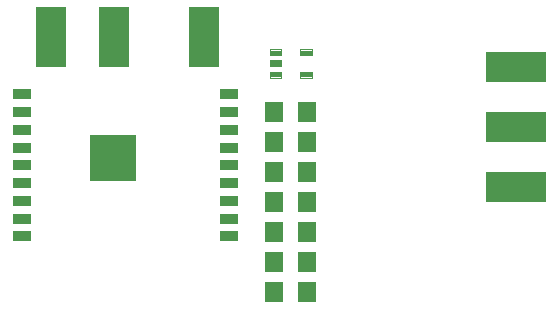
<source format=gbr>
G04 EAGLE Gerber RS-274X export*
G75*
%MOMM*%
%FSLAX34Y34*%
%LPD*%
%INSolderpaste Top*%
%IPPOS*%
%AMOC8*
5,1,8,0,0,1.08239X$1,22.5*%
G01*
%ADD10R,5.080000X2.540000*%
%ADD11R,1.600000X1.800000*%
%ADD12R,2.540000X5.080000*%
%ADD13R,1.500000X0.900000*%
%ADD14R,4.000000X4.000000*%
%ADD15R,1.600000X1.803000*%
%ADD16C,0.102000*%


D10*
X495300Y228600D03*
D11*
X290800Y63500D03*
X318800Y63500D03*
X290800Y38100D03*
X318800Y38100D03*
X318800Y114300D03*
X290800Y114300D03*
X318800Y165100D03*
X290800Y165100D03*
X318800Y190500D03*
X290800Y190500D03*
D10*
X495300Y127000D03*
D12*
X155321Y254000D03*
X231140Y254000D03*
D13*
X252600Y85300D03*
X252600Y100300D03*
X252600Y115300D03*
X252600Y130300D03*
X252600Y145300D03*
X252600Y160300D03*
X252600Y175300D03*
X252600Y190300D03*
X252600Y205300D03*
X77600Y205300D03*
X77600Y190300D03*
X77600Y175300D03*
X77600Y160300D03*
X77600Y145300D03*
X77600Y130300D03*
X77600Y115300D03*
X77600Y100300D03*
X77600Y85300D03*
D14*
X154100Y151400D03*
D15*
X290580Y88900D03*
X319020Y88900D03*
X319020Y139700D03*
X290580Y139700D03*
D16*
X287183Y238658D02*
X297163Y238658D01*
X287183Y238658D02*
X287183Y243638D01*
X297163Y243638D01*
X297163Y238658D01*
X297163Y239627D02*
X287183Y239627D01*
X287183Y240596D02*
X297163Y240596D01*
X297163Y241565D02*
X287183Y241565D01*
X287183Y242534D02*
X297163Y242534D01*
X297163Y243503D02*
X287183Y243503D01*
X287183Y229158D02*
X297163Y229158D01*
X287183Y229158D02*
X287183Y234138D01*
X297163Y234138D01*
X297163Y229158D01*
X297163Y230127D02*
X287183Y230127D01*
X287183Y231096D02*
X297163Y231096D01*
X297163Y232065D02*
X287183Y232065D01*
X287183Y233034D02*
X297163Y233034D01*
X297163Y234003D02*
X287183Y234003D01*
X287183Y219658D02*
X297163Y219658D01*
X287183Y219658D02*
X287183Y224638D01*
X297163Y224638D01*
X297163Y219658D01*
X297163Y220627D02*
X287183Y220627D01*
X287183Y221596D02*
X297163Y221596D01*
X297163Y222565D02*
X287183Y222565D01*
X287183Y223534D02*
X297163Y223534D01*
X297163Y224503D02*
X287183Y224503D01*
X313183Y219658D02*
X323163Y219658D01*
X313183Y219658D02*
X313183Y224638D01*
X323163Y224638D01*
X323163Y219658D01*
X323163Y220627D02*
X313183Y220627D01*
X313183Y221596D02*
X323163Y221596D01*
X323163Y222565D02*
X313183Y222565D01*
X313183Y223534D02*
X323163Y223534D01*
X323163Y224503D02*
X313183Y224503D01*
X313183Y238658D02*
X323163Y238658D01*
X313183Y238658D02*
X313183Y243638D01*
X323163Y243638D01*
X323163Y238658D01*
X323163Y239627D02*
X313183Y239627D01*
X313183Y240596D02*
X323163Y240596D01*
X323163Y241565D02*
X313183Y241565D01*
X313183Y242534D02*
X323163Y242534D01*
X323163Y243503D02*
X313183Y243503D01*
D12*
X101600Y254000D03*
D10*
X495300Y177800D03*
M02*

</source>
